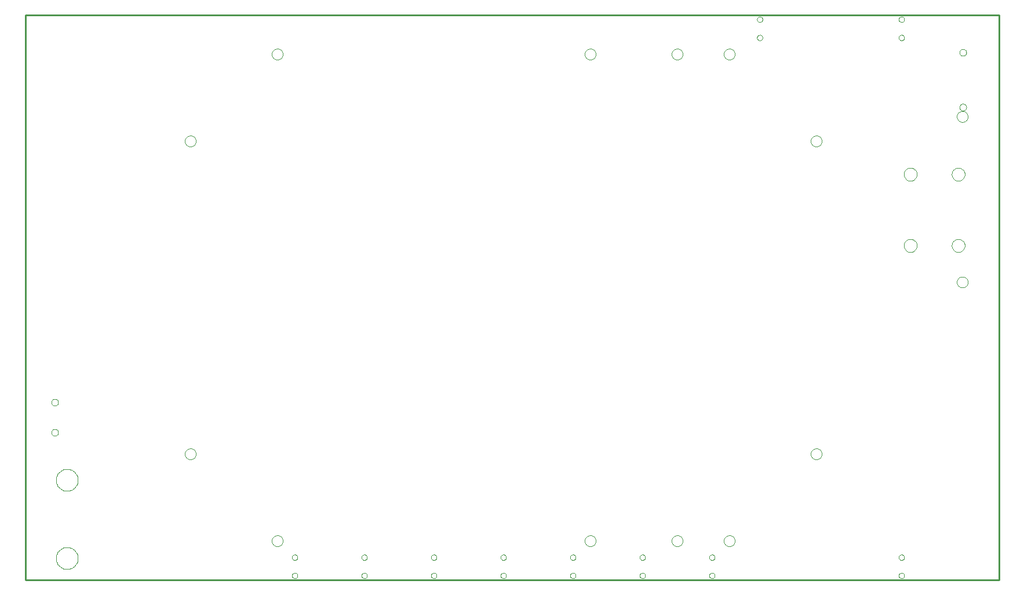
<source format=gbr>
G75*
G70*
%OFA0B0*%
%FSLAX24Y24*%
%IPPOS*%
%LPD*%
%AMOC8*
5,1,8,0,0,1.08239X$1,22.5*
%
%ADD10C,0.0100*%
%ADD11C,0.0000*%
D10*
X005727Y007310D02*
X061727Y007310D01*
X061727Y039810D01*
X005727Y039810D01*
X005727Y007310D01*
D11*
X007497Y008560D02*
X007500Y008617D01*
X007507Y008674D01*
X007520Y008730D01*
X007538Y008784D01*
X007561Y008837D01*
X007589Y008887D01*
X007621Y008935D01*
X007657Y008979D01*
X007697Y009020D01*
X007741Y009058D01*
X007787Y009091D01*
X007837Y009119D01*
X007889Y009143D01*
X007943Y009163D01*
X007999Y009177D01*
X008055Y009186D01*
X008113Y009190D01*
X008170Y009189D01*
X008227Y009182D01*
X008283Y009170D01*
X008338Y009154D01*
X008391Y009132D01*
X008442Y009106D01*
X008490Y009075D01*
X008536Y009040D01*
X008578Y009000D01*
X008616Y008958D01*
X008650Y008911D01*
X008680Y008862D01*
X008705Y008811D01*
X008725Y008757D01*
X008741Y008702D01*
X008751Y008646D01*
X008756Y008589D01*
X008756Y008531D01*
X008751Y008474D01*
X008741Y008418D01*
X008725Y008363D01*
X008705Y008309D01*
X008680Y008258D01*
X008650Y008209D01*
X008616Y008162D01*
X008578Y008120D01*
X008536Y008080D01*
X008490Y008045D01*
X008442Y008014D01*
X008391Y007988D01*
X008338Y007966D01*
X008283Y007950D01*
X008227Y007938D01*
X008170Y007931D01*
X008113Y007930D01*
X008055Y007934D01*
X007999Y007943D01*
X007943Y007957D01*
X007889Y007977D01*
X007837Y008001D01*
X007787Y008029D01*
X007741Y008062D01*
X007697Y008100D01*
X007657Y008141D01*
X007621Y008185D01*
X007589Y008233D01*
X007561Y008283D01*
X007538Y008336D01*
X007520Y008390D01*
X007507Y008446D01*
X007500Y008503D01*
X007497Y008560D01*
X007497Y013060D02*
X007500Y013117D01*
X007507Y013174D01*
X007520Y013230D01*
X007538Y013284D01*
X007561Y013337D01*
X007589Y013387D01*
X007621Y013435D01*
X007657Y013479D01*
X007697Y013520D01*
X007741Y013558D01*
X007787Y013591D01*
X007837Y013619D01*
X007889Y013643D01*
X007943Y013663D01*
X007999Y013677D01*
X008055Y013686D01*
X008113Y013690D01*
X008170Y013689D01*
X008227Y013682D01*
X008283Y013670D01*
X008338Y013654D01*
X008391Y013632D01*
X008442Y013606D01*
X008490Y013575D01*
X008536Y013540D01*
X008578Y013500D01*
X008616Y013458D01*
X008650Y013411D01*
X008680Y013362D01*
X008705Y013311D01*
X008725Y013257D01*
X008741Y013202D01*
X008751Y013146D01*
X008756Y013089D01*
X008756Y013031D01*
X008751Y012974D01*
X008741Y012918D01*
X008725Y012863D01*
X008705Y012809D01*
X008680Y012758D01*
X008650Y012709D01*
X008616Y012662D01*
X008578Y012620D01*
X008536Y012580D01*
X008490Y012545D01*
X008442Y012514D01*
X008391Y012488D01*
X008338Y012466D01*
X008283Y012450D01*
X008227Y012438D01*
X008170Y012431D01*
X008113Y012430D01*
X008055Y012434D01*
X007999Y012443D01*
X007943Y012457D01*
X007889Y012477D01*
X007837Y012501D01*
X007787Y012529D01*
X007741Y012562D01*
X007697Y012600D01*
X007657Y012641D01*
X007621Y012685D01*
X007589Y012733D01*
X007561Y012783D01*
X007538Y012836D01*
X007520Y012890D01*
X007507Y012946D01*
X007500Y013003D01*
X007497Y013060D01*
X007230Y015797D02*
X007232Y015825D01*
X007238Y015853D01*
X007248Y015879D01*
X007261Y015904D01*
X007278Y015926D01*
X007298Y015946D01*
X007320Y015963D01*
X007345Y015976D01*
X007371Y015986D01*
X007399Y015992D01*
X007427Y015994D01*
X007455Y015992D01*
X007483Y015986D01*
X007509Y015976D01*
X007534Y015963D01*
X007556Y015946D01*
X007576Y015926D01*
X007593Y015904D01*
X007606Y015879D01*
X007616Y015853D01*
X007622Y015825D01*
X007624Y015797D01*
X007622Y015769D01*
X007616Y015741D01*
X007606Y015715D01*
X007593Y015690D01*
X007576Y015668D01*
X007556Y015648D01*
X007534Y015631D01*
X007509Y015618D01*
X007483Y015608D01*
X007455Y015602D01*
X007427Y015600D01*
X007399Y015602D01*
X007371Y015608D01*
X007345Y015618D01*
X007320Y015631D01*
X007298Y015648D01*
X007278Y015668D01*
X007261Y015690D01*
X007248Y015715D01*
X007238Y015741D01*
X007232Y015769D01*
X007230Y015797D01*
X007230Y017530D02*
X007232Y017558D01*
X007238Y017586D01*
X007248Y017612D01*
X007261Y017637D01*
X007278Y017659D01*
X007298Y017679D01*
X007320Y017696D01*
X007345Y017709D01*
X007371Y017719D01*
X007399Y017725D01*
X007427Y017727D01*
X007455Y017725D01*
X007483Y017719D01*
X007509Y017709D01*
X007534Y017696D01*
X007556Y017679D01*
X007576Y017659D01*
X007593Y017637D01*
X007606Y017612D01*
X007616Y017586D01*
X007622Y017558D01*
X007624Y017530D01*
X007622Y017502D01*
X007616Y017474D01*
X007606Y017448D01*
X007593Y017423D01*
X007576Y017401D01*
X007556Y017381D01*
X007534Y017364D01*
X007509Y017351D01*
X007483Y017341D01*
X007455Y017335D01*
X007427Y017333D01*
X007399Y017335D01*
X007371Y017341D01*
X007345Y017351D01*
X007320Y017364D01*
X007298Y017381D01*
X007278Y017401D01*
X007261Y017423D01*
X007248Y017448D01*
X007238Y017474D01*
X007232Y017502D01*
X007230Y017530D01*
X014912Y014560D02*
X014914Y014596D01*
X014920Y014631D01*
X014930Y014666D01*
X014944Y014699D01*
X014962Y014730D01*
X014983Y014759D01*
X015007Y014786D01*
X015035Y014809D01*
X015064Y014830D01*
X015096Y014847D01*
X015130Y014860D01*
X015164Y014869D01*
X015200Y014874D01*
X015236Y014875D01*
X015272Y014872D01*
X015307Y014865D01*
X015341Y014854D01*
X015374Y014839D01*
X015405Y014820D01*
X015433Y014798D01*
X015459Y014773D01*
X015482Y014745D01*
X015501Y014715D01*
X015517Y014683D01*
X015529Y014649D01*
X015537Y014614D01*
X015541Y014578D01*
X015541Y014542D01*
X015537Y014506D01*
X015529Y014471D01*
X015517Y014437D01*
X015501Y014405D01*
X015482Y014375D01*
X015459Y014347D01*
X015433Y014322D01*
X015405Y014300D01*
X015374Y014281D01*
X015341Y014266D01*
X015307Y014255D01*
X015272Y014248D01*
X015236Y014245D01*
X015200Y014246D01*
X015164Y014251D01*
X015130Y014260D01*
X015096Y014273D01*
X015064Y014290D01*
X015035Y014311D01*
X015007Y014334D01*
X014983Y014361D01*
X014962Y014390D01*
X014944Y014421D01*
X014930Y014454D01*
X014920Y014489D01*
X014914Y014524D01*
X014912Y014560D01*
X019912Y009560D02*
X019914Y009596D01*
X019920Y009631D01*
X019930Y009666D01*
X019944Y009699D01*
X019962Y009730D01*
X019983Y009759D01*
X020007Y009786D01*
X020035Y009809D01*
X020064Y009830D01*
X020096Y009847D01*
X020130Y009860D01*
X020164Y009869D01*
X020200Y009874D01*
X020236Y009875D01*
X020272Y009872D01*
X020307Y009865D01*
X020341Y009854D01*
X020374Y009839D01*
X020405Y009820D01*
X020433Y009798D01*
X020459Y009773D01*
X020482Y009745D01*
X020501Y009715D01*
X020517Y009683D01*
X020529Y009649D01*
X020537Y009614D01*
X020541Y009578D01*
X020541Y009542D01*
X020537Y009506D01*
X020529Y009471D01*
X020517Y009437D01*
X020501Y009405D01*
X020482Y009375D01*
X020459Y009347D01*
X020433Y009322D01*
X020405Y009300D01*
X020374Y009281D01*
X020341Y009266D01*
X020307Y009255D01*
X020272Y009248D01*
X020236Y009245D01*
X020200Y009246D01*
X020164Y009251D01*
X020130Y009260D01*
X020096Y009273D01*
X020064Y009290D01*
X020035Y009311D01*
X020007Y009334D01*
X019983Y009361D01*
X019962Y009390D01*
X019944Y009421D01*
X019930Y009454D01*
X019920Y009489D01*
X019914Y009524D01*
X019912Y009560D01*
X021070Y008610D02*
X021072Y008635D01*
X021078Y008660D01*
X021088Y008683D01*
X021101Y008704D01*
X021118Y008723D01*
X021138Y008739D01*
X021160Y008752D01*
X021183Y008761D01*
X021208Y008766D01*
X021233Y008767D01*
X021258Y008764D01*
X021283Y008757D01*
X021305Y008746D01*
X021326Y008732D01*
X021345Y008714D01*
X021360Y008694D01*
X021371Y008672D01*
X021379Y008648D01*
X021383Y008623D01*
X021383Y008597D01*
X021379Y008572D01*
X021371Y008548D01*
X021360Y008526D01*
X021345Y008506D01*
X021326Y008488D01*
X021306Y008474D01*
X021283Y008463D01*
X021258Y008456D01*
X021233Y008453D01*
X021208Y008454D01*
X021183Y008459D01*
X021160Y008468D01*
X021138Y008481D01*
X021118Y008497D01*
X021101Y008516D01*
X021088Y008537D01*
X021078Y008560D01*
X021072Y008585D01*
X021070Y008610D01*
X021070Y007560D02*
X021072Y007585D01*
X021078Y007610D01*
X021088Y007633D01*
X021101Y007654D01*
X021118Y007673D01*
X021138Y007689D01*
X021160Y007702D01*
X021183Y007711D01*
X021208Y007716D01*
X021233Y007717D01*
X021258Y007714D01*
X021283Y007707D01*
X021305Y007696D01*
X021326Y007682D01*
X021345Y007664D01*
X021360Y007644D01*
X021371Y007622D01*
X021379Y007598D01*
X021383Y007573D01*
X021383Y007547D01*
X021379Y007522D01*
X021371Y007498D01*
X021360Y007476D01*
X021345Y007456D01*
X021326Y007438D01*
X021306Y007424D01*
X021283Y007413D01*
X021258Y007406D01*
X021233Y007403D01*
X021208Y007404D01*
X021183Y007409D01*
X021160Y007418D01*
X021138Y007431D01*
X021118Y007447D01*
X021101Y007466D01*
X021088Y007487D01*
X021078Y007510D01*
X021072Y007535D01*
X021070Y007560D01*
X025070Y007560D02*
X025072Y007585D01*
X025078Y007610D01*
X025088Y007633D01*
X025101Y007654D01*
X025118Y007673D01*
X025138Y007689D01*
X025160Y007702D01*
X025183Y007711D01*
X025208Y007716D01*
X025233Y007717D01*
X025258Y007714D01*
X025283Y007707D01*
X025305Y007696D01*
X025326Y007682D01*
X025345Y007664D01*
X025360Y007644D01*
X025371Y007622D01*
X025379Y007598D01*
X025383Y007573D01*
X025383Y007547D01*
X025379Y007522D01*
X025371Y007498D01*
X025360Y007476D01*
X025345Y007456D01*
X025326Y007438D01*
X025306Y007424D01*
X025283Y007413D01*
X025258Y007406D01*
X025233Y007403D01*
X025208Y007404D01*
X025183Y007409D01*
X025160Y007418D01*
X025138Y007431D01*
X025118Y007447D01*
X025101Y007466D01*
X025088Y007487D01*
X025078Y007510D01*
X025072Y007535D01*
X025070Y007560D01*
X025070Y008610D02*
X025072Y008635D01*
X025078Y008660D01*
X025088Y008683D01*
X025101Y008704D01*
X025118Y008723D01*
X025138Y008739D01*
X025160Y008752D01*
X025183Y008761D01*
X025208Y008766D01*
X025233Y008767D01*
X025258Y008764D01*
X025283Y008757D01*
X025305Y008746D01*
X025326Y008732D01*
X025345Y008714D01*
X025360Y008694D01*
X025371Y008672D01*
X025379Y008648D01*
X025383Y008623D01*
X025383Y008597D01*
X025379Y008572D01*
X025371Y008548D01*
X025360Y008526D01*
X025345Y008506D01*
X025326Y008488D01*
X025306Y008474D01*
X025283Y008463D01*
X025258Y008456D01*
X025233Y008453D01*
X025208Y008454D01*
X025183Y008459D01*
X025160Y008468D01*
X025138Y008481D01*
X025118Y008497D01*
X025101Y008516D01*
X025088Y008537D01*
X025078Y008560D01*
X025072Y008585D01*
X025070Y008610D01*
X029070Y008610D02*
X029072Y008635D01*
X029078Y008660D01*
X029088Y008683D01*
X029101Y008704D01*
X029118Y008723D01*
X029138Y008739D01*
X029160Y008752D01*
X029183Y008761D01*
X029208Y008766D01*
X029233Y008767D01*
X029258Y008764D01*
X029283Y008757D01*
X029305Y008746D01*
X029326Y008732D01*
X029345Y008714D01*
X029360Y008694D01*
X029371Y008672D01*
X029379Y008648D01*
X029383Y008623D01*
X029383Y008597D01*
X029379Y008572D01*
X029371Y008548D01*
X029360Y008526D01*
X029345Y008506D01*
X029326Y008488D01*
X029306Y008474D01*
X029283Y008463D01*
X029258Y008456D01*
X029233Y008453D01*
X029208Y008454D01*
X029183Y008459D01*
X029160Y008468D01*
X029138Y008481D01*
X029118Y008497D01*
X029101Y008516D01*
X029088Y008537D01*
X029078Y008560D01*
X029072Y008585D01*
X029070Y008610D01*
X029070Y007560D02*
X029072Y007585D01*
X029078Y007610D01*
X029088Y007633D01*
X029101Y007654D01*
X029118Y007673D01*
X029138Y007689D01*
X029160Y007702D01*
X029183Y007711D01*
X029208Y007716D01*
X029233Y007717D01*
X029258Y007714D01*
X029283Y007707D01*
X029305Y007696D01*
X029326Y007682D01*
X029345Y007664D01*
X029360Y007644D01*
X029371Y007622D01*
X029379Y007598D01*
X029383Y007573D01*
X029383Y007547D01*
X029379Y007522D01*
X029371Y007498D01*
X029360Y007476D01*
X029345Y007456D01*
X029326Y007438D01*
X029306Y007424D01*
X029283Y007413D01*
X029258Y007406D01*
X029233Y007403D01*
X029208Y007404D01*
X029183Y007409D01*
X029160Y007418D01*
X029138Y007431D01*
X029118Y007447D01*
X029101Y007466D01*
X029088Y007487D01*
X029078Y007510D01*
X029072Y007535D01*
X029070Y007560D01*
X033070Y007560D02*
X033072Y007585D01*
X033078Y007610D01*
X033088Y007633D01*
X033101Y007654D01*
X033118Y007673D01*
X033138Y007689D01*
X033160Y007702D01*
X033183Y007711D01*
X033208Y007716D01*
X033233Y007717D01*
X033258Y007714D01*
X033283Y007707D01*
X033305Y007696D01*
X033326Y007682D01*
X033345Y007664D01*
X033360Y007644D01*
X033371Y007622D01*
X033379Y007598D01*
X033383Y007573D01*
X033383Y007547D01*
X033379Y007522D01*
X033371Y007498D01*
X033360Y007476D01*
X033345Y007456D01*
X033326Y007438D01*
X033306Y007424D01*
X033283Y007413D01*
X033258Y007406D01*
X033233Y007403D01*
X033208Y007404D01*
X033183Y007409D01*
X033160Y007418D01*
X033138Y007431D01*
X033118Y007447D01*
X033101Y007466D01*
X033088Y007487D01*
X033078Y007510D01*
X033072Y007535D01*
X033070Y007560D01*
X033070Y008610D02*
X033072Y008635D01*
X033078Y008660D01*
X033088Y008683D01*
X033101Y008704D01*
X033118Y008723D01*
X033138Y008739D01*
X033160Y008752D01*
X033183Y008761D01*
X033208Y008766D01*
X033233Y008767D01*
X033258Y008764D01*
X033283Y008757D01*
X033305Y008746D01*
X033326Y008732D01*
X033345Y008714D01*
X033360Y008694D01*
X033371Y008672D01*
X033379Y008648D01*
X033383Y008623D01*
X033383Y008597D01*
X033379Y008572D01*
X033371Y008548D01*
X033360Y008526D01*
X033345Y008506D01*
X033326Y008488D01*
X033306Y008474D01*
X033283Y008463D01*
X033258Y008456D01*
X033233Y008453D01*
X033208Y008454D01*
X033183Y008459D01*
X033160Y008468D01*
X033138Y008481D01*
X033118Y008497D01*
X033101Y008516D01*
X033088Y008537D01*
X033078Y008560D01*
X033072Y008585D01*
X033070Y008610D01*
X037070Y008610D02*
X037072Y008635D01*
X037078Y008660D01*
X037088Y008683D01*
X037101Y008704D01*
X037118Y008723D01*
X037138Y008739D01*
X037160Y008752D01*
X037183Y008761D01*
X037208Y008766D01*
X037233Y008767D01*
X037258Y008764D01*
X037283Y008757D01*
X037305Y008746D01*
X037326Y008732D01*
X037345Y008714D01*
X037360Y008694D01*
X037371Y008672D01*
X037379Y008648D01*
X037383Y008623D01*
X037383Y008597D01*
X037379Y008572D01*
X037371Y008548D01*
X037360Y008526D01*
X037345Y008506D01*
X037326Y008488D01*
X037306Y008474D01*
X037283Y008463D01*
X037258Y008456D01*
X037233Y008453D01*
X037208Y008454D01*
X037183Y008459D01*
X037160Y008468D01*
X037138Y008481D01*
X037118Y008497D01*
X037101Y008516D01*
X037088Y008537D01*
X037078Y008560D01*
X037072Y008585D01*
X037070Y008610D01*
X037912Y009560D02*
X037914Y009596D01*
X037920Y009631D01*
X037930Y009666D01*
X037944Y009699D01*
X037962Y009730D01*
X037983Y009759D01*
X038007Y009786D01*
X038035Y009809D01*
X038064Y009830D01*
X038096Y009847D01*
X038130Y009860D01*
X038164Y009869D01*
X038200Y009874D01*
X038236Y009875D01*
X038272Y009872D01*
X038307Y009865D01*
X038341Y009854D01*
X038374Y009839D01*
X038405Y009820D01*
X038433Y009798D01*
X038459Y009773D01*
X038482Y009745D01*
X038501Y009715D01*
X038517Y009683D01*
X038529Y009649D01*
X038537Y009614D01*
X038541Y009578D01*
X038541Y009542D01*
X038537Y009506D01*
X038529Y009471D01*
X038517Y009437D01*
X038501Y009405D01*
X038482Y009375D01*
X038459Y009347D01*
X038433Y009322D01*
X038405Y009300D01*
X038374Y009281D01*
X038341Y009266D01*
X038307Y009255D01*
X038272Y009248D01*
X038236Y009245D01*
X038200Y009246D01*
X038164Y009251D01*
X038130Y009260D01*
X038096Y009273D01*
X038064Y009290D01*
X038035Y009311D01*
X038007Y009334D01*
X037983Y009361D01*
X037962Y009390D01*
X037944Y009421D01*
X037930Y009454D01*
X037920Y009489D01*
X037914Y009524D01*
X037912Y009560D01*
X037070Y007560D02*
X037072Y007585D01*
X037078Y007610D01*
X037088Y007633D01*
X037101Y007654D01*
X037118Y007673D01*
X037138Y007689D01*
X037160Y007702D01*
X037183Y007711D01*
X037208Y007716D01*
X037233Y007717D01*
X037258Y007714D01*
X037283Y007707D01*
X037305Y007696D01*
X037326Y007682D01*
X037345Y007664D01*
X037360Y007644D01*
X037371Y007622D01*
X037379Y007598D01*
X037383Y007573D01*
X037383Y007547D01*
X037379Y007522D01*
X037371Y007498D01*
X037360Y007476D01*
X037345Y007456D01*
X037326Y007438D01*
X037306Y007424D01*
X037283Y007413D01*
X037258Y007406D01*
X037233Y007403D01*
X037208Y007404D01*
X037183Y007409D01*
X037160Y007418D01*
X037138Y007431D01*
X037118Y007447D01*
X037101Y007466D01*
X037088Y007487D01*
X037078Y007510D01*
X037072Y007535D01*
X037070Y007560D01*
X041070Y007560D02*
X041072Y007585D01*
X041078Y007610D01*
X041088Y007633D01*
X041101Y007654D01*
X041118Y007673D01*
X041138Y007689D01*
X041160Y007702D01*
X041183Y007711D01*
X041208Y007716D01*
X041233Y007717D01*
X041258Y007714D01*
X041283Y007707D01*
X041305Y007696D01*
X041326Y007682D01*
X041345Y007664D01*
X041360Y007644D01*
X041371Y007622D01*
X041379Y007598D01*
X041383Y007573D01*
X041383Y007547D01*
X041379Y007522D01*
X041371Y007498D01*
X041360Y007476D01*
X041345Y007456D01*
X041326Y007438D01*
X041306Y007424D01*
X041283Y007413D01*
X041258Y007406D01*
X041233Y007403D01*
X041208Y007404D01*
X041183Y007409D01*
X041160Y007418D01*
X041138Y007431D01*
X041118Y007447D01*
X041101Y007466D01*
X041088Y007487D01*
X041078Y007510D01*
X041072Y007535D01*
X041070Y007560D01*
X041070Y008610D02*
X041072Y008635D01*
X041078Y008660D01*
X041088Y008683D01*
X041101Y008704D01*
X041118Y008723D01*
X041138Y008739D01*
X041160Y008752D01*
X041183Y008761D01*
X041208Y008766D01*
X041233Y008767D01*
X041258Y008764D01*
X041283Y008757D01*
X041305Y008746D01*
X041326Y008732D01*
X041345Y008714D01*
X041360Y008694D01*
X041371Y008672D01*
X041379Y008648D01*
X041383Y008623D01*
X041383Y008597D01*
X041379Y008572D01*
X041371Y008548D01*
X041360Y008526D01*
X041345Y008506D01*
X041326Y008488D01*
X041306Y008474D01*
X041283Y008463D01*
X041258Y008456D01*
X041233Y008453D01*
X041208Y008454D01*
X041183Y008459D01*
X041160Y008468D01*
X041138Y008481D01*
X041118Y008497D01*
X041101Y008516D01*
X041088Y008537D01*
X041078Y008560D01*
X041072Y008585D01*
X041070Y008610D01*
X042912Y009560D02*
X042914Y009596D01*
X042920Y009631D01*
X042930Y009666D01*
X042944Y009699D01*
X042962Y009730D01*
X042983Y009759D01*
X043007Y009786D01*
X043035Y009809D01*
X043064Y009830D01*
X043096Y009847D01*
X043130Y009860D01*
X043164Y009869D01*
X043200Y009874D01*
X043236Y009875D01*
X043272Y009872D01*
X043307Y009865D01*
X043341Y009854D01*
X043374Y009839D01*
X043405Y009820D01*
X043433Y009798D01*
X043459Y009773D01*
X043482Y009745D01*
X043501Y009715D01*
X043517Y009683D01*
X043529Y009649D01*
X043537Y009614D01*
X043541Y009578D01*
X043541Y009542D01*
X043537Y009506D01*
X043529Y009471D01*
X043517Y009437D01*
X043501Y009405D01*
X043482Y009375D01*
X043459Y009347D01*
X043433Y009322D01*
X043405Y009300D01*
X043374Y009281D01*
X043341Y009266D01*
X043307Y009255D01*
X043272Y009248D01*
X043236Y009245D01*
X043200Y009246D01*
X043164Y009251D01*
X043130Y009260D01*
X043096Y009273D01*
X043064Y009290D01*
X043035Y009311D01*
X043007Y009334D01*
X042983Y009361D01*
X042962Y009390D01*
X042944Y009421D01*
X042930Y009454D01*
X042920Y009489D01*
X042914Y009524D01*
X042912Y009560D01*
X045070Y008610D02*
X045072Y008635D01*
X045078Y008660D01*
X045088Y008683D01*
X045101Y008704D01*
X045118Y008723D01*
X045138Y008739D01*
X045160Y008752D01*
X045183Y008761D01*
X045208Y008766D01*
X045233Y008767D01*
X045258Y008764D01*
X045283Y008757D01*
X045305Y008746D01*
X045326Y008732D01*
X045345Y008714D01*
X045360Y008694D01*
X045371Y008672D01*
X045379Y008648D01*
X045383Y008623D01*
X045383Y008597D01*
X045379Y008572D01*
X045371Y008548D01*
X045360Y008526D01*
X045345Y008506D01*
X045326Y008488D01*
X045306Y008474D01*
X045283Y008463D01*
X045258Y008456D01*
X045233Y008453D01*
X045208Y008454D01*
X045183Y008459D01*
X045160Y008468D01*
X045138Y008481D01*
X045118Y008497D01*
X045101Y008516D01*
X045088Y008537D01*
X045078Y008560D01*
X045072Y008585D01*
X045070Y008610D01*
X045912Y009560D02*
X045914Y009596D01*
X045920Y009631D01*
X045930Y009666D01*
X045944Y009699D01*
X045962Y009730D01*
X045983Y009759D01*
X046007Y009786D01*
X046035Y009809D01*
X046064Y009830D01*
X046096Y009847D01*
X046130Y009860D01*
X046164Y009869D01*
X046200Y009874D01*
X046236Y009875D01*
X046272Y009872D01*
X046307Y009865D01*
X046341Y009854D01*
X046374Y009839D01*
X046405Y009820D01*
X046433Y009798D01*
X046459Y009773D01*
X046482Y009745D01*
X046501Y009715D01*
X046517Y009683D01*
X046529Y009649D01*
X046537Y009614D01*
X046541Y009578D01*
X046541Y009542D01*
X046537Y009506D01*
X046529Y009471D01*
X046517Y009437D01*
X046501Y009405D01*
X046482Y009375D01*
X046459Y009347D01*
X046433Y009322D01*
X046405Y009300D01*
X046374Y009281D01*
X046341Y009266D01*
X046307Y009255D01*
X046272Y009248D01*
X046236Y009245D01*
X046200Y009246D01*
X046164Y009251D01*
X046130Y009260D01*
X046096Y009273D01*
X046064Y009290D01*
X046035Y009311D01*
X046007Y009334D01*
X045983Y009361D01*
X045962Y009390D01*
X045944Y009421D01*
X045930Y009454D01*
X045920Y009489D01*
X045914Y009524D01*
X045912Y009560D01*
X045070Y007560D02*
X045072Y007585D01*
X045078Y007610D01*
X045088Y007633D01*
X045101Y007654D01*
X045118Y007673D01*
X045138Y007689D01*
X045160Y007702D01*
X045183Y007711D01*
X045208Y007716D01*
X045233Y007717D01*
X045258Y007714D01*
X045283Y007707D01*
X045305Y007696D01*
X045326Y007682D01*
X045345Y007664D01*
X045360Y007644D01*
X045371Y007622D01*
X045379Y007598D01*
X045383Y007573D01*
X045383Y007547D01*
X045379Y007522D01*
X045371Y007498D01*
X045360Y007476D01*
X045345Y007456D01*
X045326Y007438D01*
X045306Y007424D01*
X045283Y007413D01*
X045258Y007406D01*
X045233Y007403D01*
X045208Y007404D01*
X045183Y007409D01*
X045160Y007418D01*
X045138Y007431D01*
X045118Y007447D01*
X045101Y007466D01*
X045088Y007487D01*
X045078Y007510D01*
X045072Y007535D01*
X045070Y007560D01*
X050912Y014560D02*
X050914Y014596D01*
X050920Y014631D01*
X050930Y014666D01*
X050944Y014699D01*
X050962Y014730D01*
X050983Y014759D01*
X051007Y014786D01*
X051035Y014809D01*
X051064Y014830D01*
X051096Y014847D01*
X051130Y014860D01*
X051164Y014869D01*
X051200Y014874D01*
X051236Y014875D01*
X051272Y014872D01*
X051307Y014865D01*
X051341Y014854D01*
X051374Y014839D01*
X051405Y014820D01*
X051433Y014798D01*
X051459Y014773D01*
X051482Y014745D01*
X051501Y014715D01*
X051517Y014683D01*
X051529Y014649D01*
X051537Y014614D01*
X051541Y014578D01*
X051541Y014542D01*
X051537Y014506D01*
X051529Y014471D01*
X051517Y014437D01*
X051501Y014405D01*
X051482Y014375D01*
X051459Y014347D01*
X051433Y014322D01*
X051405Y014300D01*
X051374Y014281D01*
X051341Y014266D01*
X051307Y014255D01*
X051272Y014248D01*
X051236Y014245D01*
X051200Y014246D01*
X051164Y014251D01*
X051130Y014260D01*
X051096Y014273D01*
X051064Y014290D01*
X051035Y014311D01*
X051007Y014334D01*
X050983Y014361D01*
X050962Y014390D01*
X050944Y014421D01*
X050930Y014454D01*
X050920Y014489D01*
X050914Y014524D01*
X050912Y014560D01*
X055970Y008610D02*
X055972Y008635D01*
X055978Y008660D01*
X055988Y008683D01*
X056001Y008704D01*
X056018Y008723D01*
X056038Y008739D01*
X056060Y008752D01*
X056083Y008761D01*
X056108Y008766D01*
X056133Y008767D01*
X056158Y008764D01*
X056183Y008757D01*
X056205Y008746D01*
X056226Y008732D01*
X056245Y008714D01*
X056260Y008694D01*
X056271Y008672D01*
X056279Y008648D01*
X056283Y008623D01*
X056283Y008597D01*
X056279Y008572D01*
X056271Y008548D01*
X056260Y008526D01*
X056245Y008506D01*
X056226Y008488D01*
X056206Y008474D01*
X056183Y008463D01*
X056158Y008456D01*
X056133Y008453D01*
X056108Y008454D01*
X056083Y008459D01*
X056060Y008468D01*
X056038Y008481D01*
X056018Y008497D01*
X056001Y008516D01*
X055988Y008537D01*
X055978Y008560D01*
X055972Y008585D01*
X055970Y008610D01*
X055970Y007560D02*
X055972Y007585D01*
X055978Y007610D01*
X055988Y007633D01*
X056001Y007654D01*
X056018Y007673D01*
X056038Y007689D01*
X056060Y007702D01*
X056083Y007711D01*
X056108Y007716D01*
X056133Y007717D01*
X056158Y007714D01*
X056183Y007707D01*
X056205Y007696D01*
X056226Y007682D01*
X056245Y007664D01*
X056260Y007644D01*
X056271Y007622D01*
X056279Y007598D01*
X056283Y007573D01*
X056283Y007547D01*
X056279Y007522D01*
X056271Y007498D01*
X056260Y007476D01*
X056245Y007456D01*
X056226Y007438D01*
X056206Y007424D01*
X056183Y007413D01*
X056158Y007406D01*
X056133Y007403D01*
X056108Y007404D01*
X056083Y007409D01*
X056060Y007418D01*
X056038Y007431D01*
X056018Y007447D01*
X056001Y007466D01*
X055988Y007487D01*
X055978Y007510D01*
X055972Y007535D01*
X055970Y007560D01*
X059314Y024446D02*
X059316Y024482D01*
X059322Y024517D01*
X059332Y024552D01*
X059346Y024585D01*
X059364Y024616D01*
X059385Y024645D01*
X059409Y024672D01*
X059437Y024695D01*
X059466Y024716D01*
X059498Y024733D01*
X059532Y024746D01*
X059566Y024755D01*
X059602Y024760D01*
X059638Y024761D01*
X059674Y024758D01*
X059709Y024751D01*
X059743Y024740D01*
X059776Y024725D01*
X059807Y024706D01*
X059835Y024684D01*
X059861Y024659D01*
X059884Y024631D01*
X059903Y024601D01*
X059919Y024569D01*
X059931Y024535D01*
X059939Y024500D01*
X059943Y024464D01*
X059943Y024428D01*
X059939Y024392D01*
X059931Y024357D01*
X059919Y024323D01*
X059903Y024291D01*
X059884Y024261D01*
X059861Y024233D01*
X059835Y024208D01*
X059807Y024186D01*
X059776Y024167D01*
X059743Y024152D01*
X059709Y024141D01*
X059674Y024134D01*
X059638Y024131D01*
X059602Y024132D01*
X059566Y024137D01*
X059532Y024146D01*
X059498Y024159D01*
X059466Y024176D01*
X059437Y024197D01*
X059409Y024220D01*
X059385Y024247D01*
X059364Y024276D01*
X059346Y024307D01*
X059332Y024340D01*
X059322Y024375D01*
X059316Y024410D01*
X059314Y024446D01*
X059021Y026549D02*
X059023Y026588D01*
X059029Y026627D01*
X059039Y026665D01*
X059053Y026701D01*
X059071Y026736D01*
X059092Y026769D01*
X059117Y026799D01*
X059145Y026827D01*
X059175Y026852D01*
X059208Y026873D01*
X059243Y026891D01*
X059279Y026905D01*
X059317Y026915D01*
X059356Y026921D01*
X059395Y026923D01*
X059434Y026921D01*
X059473Y026915D01*
X059511Y026905D01*
X059547Y026891D01*
X059582Y026873D01*
X059615Y026852D01*
X059645Y026827D01*
X059673Y026799D01*
X059698Y026769D01*
X059719Y026736D01*
X059737Y026701D01*
X059751Y026665D01*
X059761Y026627D01*
X059767Y026588D01*
X059769Y026549D01*
X059767Y026510D01*
X059761Y026471D01*
X059751Y026433D01*
X059737Y026397D01*
X059719Y026362D01*
X059698Y026329D01*
X059673Y026299D01*
X059645Y026271D01*
X059615Y026246D01*
X059582Y026225D01*
X059547Y026207D01*
X059511Y026193D01*
X059473Y026183D01*
X059434Y026177D01*
X059395Y026175D01*
X059356Y026177D01*
X059317Y026183D01*
X059279Y026193D01*
X059243Y026207D01*
X059208Y026225D01*
X059175Y026246D01*
X059145Y026271D01*
X059117Y026299D01*
X059092Y026329D01*
X059071Y026362D01*
X059053Y026397D01*
X059039Y026433D01*
X059029Y026471D01*
X059023Y026510D01*
X059021Y026549D01*
X056265Y026549D02*
X056267Y026588D01*
X056273Y026627D01*
X056283Y026665D01*
X056297Y026701D01*
X056315Y026736D01*
X056336Y026769D01*
X056361Y026799D01*
X056389Y026827D01*
X056419Y026852D01*
X056452Y026873D01*
X056487Y026891D01*
X056523Y026905D01*
X056561Y026915D01*
X056600Y026921D01*
X056639Y026923D01*
X056678Y026921D01*
X056717Y026915D01*
X056755Y026905D01*
X056791Y026891D01*
X056826Y026873D01*
X056859Y026852D01*
X056889Y026827D01*
X056917Y026799D01*
X056942Y026769D01*
X056963Y026736D01*
X056981Y026701D01*
X056995Y026665D01*
X057005Y026627D01*
X057011Y026588D01*
X057013Y026549D01*
X057011Y026510D01*
X057005Y026471D01*
X056995Y026433D01*
X056981Y026397D01*
X056963Y026362D01*
X056942Y026329D01*
X056917Y026299D01*
X056889Y026271D01*
X056859Y026246D01*
X056826Y026225D01*
X056791Y026207D01*
X056755Y026193D01*
X056717Y026183D01*
X056678Y026177D01*
X056639Y026175D01*
X056600Y026177D01*
X056561Y026183D01*
X056523Y026193D01*
X056487Y026207D01*
X056452Y026225D01*
X056419Y026246D01*
X056389Y026271D01*
X056361Y026299D01*
X056336Y026329D01*
X056315Y026362D01*
X056297Y026397D01*
X056283Y026433D01*
X056273Y026471D01*
X056267Y026510D01*
X056265Y026549D01*
X056265Y030649D02*
X056267Y030688D01*
X056273Y030727D01*
X056283Y030765D01*
X056297Y030801D01*
X056315Y030836D01*
X056336Y030869D01*
X056361Y030899D01*
X056389Y030927D01*
X056419Y030952D01*
X056452Y030973D01*
X056487Y030991D01*
X056523Y031005D01*
X056561Y031015D01*
X056600Y031021D01*
X056639Y031023D01*
X056678Y031021D01*
X056717Y031015D01*
X056755Y031005D01*
X056791Y030991D01*
X056826Y030973D01*
X056859Y030952D01*
X056889Y030927D01*
X056917Y030899D01*
X056942Y030869D01*
X056963Y030836D01*
X056981Y030801D01*
X056995Y030765D01*
X057005Y030727D01*
X057011Y030688D01*
X057013Y030649D01*
X057011Y030610D01*
X057005Y030571D01*
X056995Y030533D01*
X056981Y030497D01*
X056963Y030462D01*
X056942Y030429D01*
X056917Y030399D01*
X056889Y030371D01*
X056859Y030346D01*
X056826Y030325D01*
X056791Y030307D01*
X056755Y030293D01*
X056717Y030283D01*
X056678Y030277D01*
X056639Y030275D01*
X056600Y030277D01*
X056561Y030283D01*
X056523Y030293D01*
X056487Y030307D01*
X056452Y030325D01*
X056419Y030346D01*
X056389Y030371D01*
X056361Y030399D01*
X056336Y030429D01*
X056315Y030462D01*
X056297Y030497D01*
X056283Y030533D01*
X056273Y030571D01*
X056267Y030610D01*
X056265Y030649D01*
X059021Y030649D02*
X059023Y030688D01*
X059029Y030727D01*
X059039Y030765D01*
X059053Y030801D01*
X059071Y030836D01*
X059092Y030869D01*
X059117Y030899D01*
X059145Y030927D01*
X059175Y030952D01*
X059208Y030973D01*
X059243Y030991D01*
X059279Y031005D01*
X059317Y031015D01*
X059356Y031021D01*
X059395Y031023D01*
X059434Y031021D01*
X059473Y031015D01*
X059511Y031005D01*
X059547Y030991D01*
X059582Y030973D01*
X059615Y030952D01*
X059645Y030927D01*
X059673Y030899D01*
X059698Y030869D01*
X059719Y030836D01*
X059737Y030801D01*
X059751Y030765D01*
X059761Y030727D01*
X059767Y030688D01*
X059769Y030649D01*
X059767Y030610D01*
X059761Y030571D01*
X059751Y030533D01*
X059737Y030497D01*
X059719Y030462D01*
X059698Y030429D01*
X059673Y030399D01*
X059645Y030371D01*
X059615Y030346D01*
X059582Y030325D01*
X059547Y030307D01*
X059511Y030293D01*
X059473Y030283D01*
X059434Y030277D01*
X059395Y030275D01*
X059356Y030277D01*
X059317Y030283D01*
X059279Y030293D01*
X059243Y030307D01*
X059208Y030325D01*
X059175Y030346D01*
X059145Y030371D01*
X059117Y030399D01*
X059092Y030429D01*
X059071Y030462D01*
X059053Y030497D01*
X059039Y030533D01*
X059029Y030571D01*
X059023Y030610D01*
X059021Y030649D01*
X059314Y033970D02*
X059316Y034006D01*
X059322Y034041D01*
X059332Y034076D01*
X059346Y034109D01*
X059364Y034140D01*
X059385Y034169D01*
X059409Y034196D01*
X059437Y034219D01*
X059466Y034240D01*
X059498Y034257D01*
X059532Y034270D01*
X059566Y034279D01*
X059602Y034284D01*
X059638Y034285D01*
X059674Y034282D01*
X059709Y034275D01*
X059743Y034264D01*
X059776Y034249D01*
X059807Y034230D01*
X059835Y034208D01*
X059861Y034183D01*
X059884Y034155D01*
X059903Y034125D01*
X059919Y034093D01*
X059931Y034059D01*
X059939Y034024D01*
X059943Y033988D01*
X059943Y033952D01*
X059939Y033916D01*
X059931Y033881D01*
X059919Y033847D01*
X059903Y033815D01*
X059884Y033785D01*
X059861Y033757D01*
X059835Y033732D01*
X059807Y033710D01*
X059776Y033691D01*
X059743Y033676D01*
X059709Y033665D01*
X059674Y033658D01*
X059638Y033655D01*
X059602Y033656D01*
X059566Y033661D01*
X059532Y033670D01*
X059498Y033683D01*
X059466Y033700D01*
X059437Y033721D01*
X059409Y033744D01*
X059385Y033771D01*
X059364Y033800D01*
X059346Y033831D01*
X059332Y033864D01*
X059322Y033899D01*
X059316Y033934D01*
X059314Y033970D01*
X059464Y034510D02*
X059466Y034538D01*
X059472Y034566D01*
X059482Y034592D01*
X059495Y034617D01*
X059512Y034639D01*
X059532Y034659D01*
X059554Y034676D01*
X059579Y034689D01*
X059605Y034699D01*
X059633Y034705D01*
X059661Y034707D01*
X059689Y034705D01*
X059717Y034699D01*
X059743Y034689D01*
X059768Y034676D01*
X059790Y034659D01*
X059810Y034639D01*
X059827Y034617D01*
X059840Y034592D01*
X059850Y034566D01*
X059856Y034538D01*
X059858Y034510D01*
X059856Y034482D01*
X059850Y034454D01*
X059840Y034428D01*
X059827Y034403D01*
X059810Y034381D01*
X059790Y034361D01*
X059768Y034344D01*
X059743Y034331D01*
X059717Y034321D01*
X059689Y034315D01*
X059661Y034313D01*
X059633Y034315D01*
X059605Y034321D01*
X059579Y034331D01*
X059554Y034344D01*
X059532Y034361D01*
X059512Y034381D01*
X059495Y034403D01*
X059482Y034428D01*
X059472Y034454D01*
X059466Y034482D01*
X059464Y034510D01*
X059464Y037660D02*
X059466Y037688D01*
X059472Y037716D01*
X059482Y037742D01*
X059495Y037767D01*
X059512Y037789D01*
X059532Y037809D01*
X059554Y037826D01*
X059579Y037839D01*
X059605Y037849D01*
X059633Y037855D01*
X059661Y037857D01*
X059689Y037855D01*
X059717Y037849D01*
X059743Y037839D01*
X059768Y037826D01*
X059790Y037809D01*
X059810Y037789D01*
X059827Y037767D01*
X059840Y037742D01*
X059850Y037716D01*
X059856Y037688D01*
X059858Y037660D01*
X059856Y037632D01*
X059850Y037604D01*
X059840Y037578D01*
X059827Y037553D01*
X059810Y037531D01*
X059790Y037511D01*
X059768Y037494D01*
X059743Y037481D01*
X059717Y037471D01*
X059689Y037465D01*
X059661Y037463D01*
X059633Y037465D01*
X059605Y037471D01*
X059579Y037481D01*
X059554Y037494D01*
X059532Y037511D01*
X059512Y037531D01*
X059495Y037553D01*
X059482Y037578D01*
X059472Y037604D01*
X059466Y037632D01*
X059464Y037660D01*
X055970Y038510D02*
X055972Y038535D01*
X055978Y038560D01*
X055988Y038583D01*
X056001Y038604D01*
X056018Y038623D01*
X056038Y038639D01*
X056060Y038652D01*
X056083Y038661D01*
X056108Y038666D01*
X056133Y038667D01*
X056158Y038664D01*
X056183Y038657D01*
X056205Y038646D01*
X056226Y038632D01*
X056245Y038614D01*
X056260Y038594D01*
X056271Y038572D01*
X056279Y038548D01*
X056283Y038523D01*
X056283Y038497D01*
X056279Y038472D01*
X056271Y038448D01*
X056260Y038426D01*
X056245Y038406D01*
X056226Y038388D01*
X056206Y038374D01*
X056183Y038363D01*
X056158Y038356D01*
X056133Y038353D01*
X056108Y038354D01*
X056083Y038359D01*
X056060Y038368D01*
X056038Y038381D01*
X056018Y038397D01*
X056001Y038416D01*
X055988Y038437D01*
X055978Y038460D01*
X055972Y038485D01*
X055970Y038510D01*
X055970Y039560D02*
X055972Y039585D01*
X055978Y039610D01*
X055988Y039633D01*
X056001Y039654D01*
X056018Y039673D01*
X056038Y039689D01*
X056060Y039702D01*
X056083Y039711D01*
X056108Y039716D01*
X056133Y039717D01*
X056158Y039714D01*
X056183Y039707D01*
X056205Y039696D01*
X056226Y039682D01*
X056245Y039664D01*
X056260Y039644D01*
X056271Y039622D01*
X056279Y039598D01*
X056283Y039573D01*
X056283Y039547D01*
X056279Y039522D01*
X056271Y039498D01*
X056260Y039476D01*
X056245Y039456D01*
X056226Y039438D01*
X056206Y039424D01*
X056183Y039413D01*
X056158Y039406D01*
X056133Y039403D01*
X056108Y039404D01*
X056083Y039409D01*
X056060Y039418D01*
X056038Y039431D01*
X056018Y039447D01*
X056001Y039466D01*
X055988Y039487D01*
X055978Y039510D01*
X055972Y039535D01*
X055970Y039560D01*
X047820Y039560D02*
X047822Y039585D01*
X047828Y039610D01*
X047838Y039633D01*
X047851Y039654D01*
X047868Y039673D01*
X047888Y039689D01*
X047910Y039702D01*
X047933Y039711D01*
X047958Y039716D01*
X047983Y039717D01*
X048008Y039714D01*
X048033Y039707D01*
X048055Y039696D01*
X048076Y039682D01*
X048095Y039664D01*
X048110Y039644D01*
X048121Y039622D01*
X048129Y039598D01*
X048133Y039573D01*
X048133Y039547D01*
X048129Y039522D01*
X048121Y039498D01*
X048110Y039476D01*
X048095Y039456D01*
X048076Y039438D01*
X048056Y039424D01*
X048033Y039413D01*
X048008Y039406D01*
X047983Y039403D01*
X047958Y039404D01*
X047933Y039409D01*
X047910Y039418D01*
X047888Y039431D01*
X047868Y039447D01*
X047851Y039466D01*
X047838Y039487D01*
X047828Y039510D01*
X047822Y039535D01*
X047820Y039560D01*
X047820Y038510D02*
X047822Y038535D01*
X047828Y038560D01*
X047838Y038583D01*
X047851Y038604D01*
X047868Y038623D01*
X047888Y038639D01*
X047910Y038652D01*
X047933Y038661D01*
X047958Y038666D01*
X047983Y038667D01*
X048008Y038664D01*
X048033Y038657D01*
X048055Y038646D01*
X048076Y038632D01*
X048095Y038614D01*
X048110Y038594D01*
X048121Y038572D01*
X048129Y038548D01*
X048133Y038523D01*
X048133Y038497D01*
X048129Y038472D01*
X048121Y038448D01*
X048110Y038426D01*
X048095Y038406D01*
X048076Y038388D01*
X048056Y038374D01*
X048033Y038363D01*
X048008Y038356D01*
X047983Y038353D01*
X047958Y038354D01*
X047933Y038359D01*
X047910Y038368D01*
X047888Y038381D01*
X047868Y038397D01*
X047851Y038416D01*
X047838Y038437D01*
X047828Y038460D01*
X047822Y038485D01*
X047820Y038510D01*
X045912Y037560D02*
X045914Y037596D01*
X045920Y037631D01*
X045930Y037666D01*
X045944Y037699D01*
X045962Y037730D01*
X045983Y037759D01*
X046007Y037786D01*
X046035Y037809D01*
X046064Y037830D01*
X046096Y037847D01*
X046130Y037860D01*
X046164Y037869D01*
X046200Y037874D01*
X046236Y037875D01*
X046272Y037872D01*
X046307Y037865D01*
X046341Y037854D01*
X046374Y037839D01*
X046405Y037820D01*
X046433Y037798D01*
X046459Y037773D01*
X046482Y037745D01*
X046501Y037715D01*
X046517Y037683D01*
X046529Y037649D01*
X046537Y037614D01*
X046541Y037578D01*
X046541Y037542D01*
X046537Y037506D01*
X046529Y037471D01*
X046517Y037437D01*
X046501Y037405D01*
X046482Y037375D01*
X046459Y037347D01*
X046433Y037322D01*
X046405Y037300D01*
X046374Y037281D01*
X046341Y037266D01*
X046307Y037255D01*
X046272Y037248D01*
X046236Y037245D01*
X046200Y037246D01*
X046164Y037251D01*
X046130Y037260D01*
X046096Y037273D01*
X046064Y037290D01*
X046035Y037311D01*
X046007Y037334D01*
X045983Y037361D01*
X045962Y037390D01*
X045944Y037421D01*
X045930Y037454D01*
X045920Y037489D01*
X045914Y037524D01*
X045912Y037560D01*
X042912Y037560D02*
X042914Y037596D01*
X042920Y037631D01*
X042930Y037666D01*
X042944Y037699D01*
X042962Y037730D01*
X042983Y037759D01*
X043007Y037786D01*
X043035Y037809D01*
X043064Y037830D01*
X043096Y037847D01*
X043130Y037860D01*
X043164Y037869D01*
X043200Y037874D01*
X043236Y037875D01*
X043272Y037872D01*
X043307Y037865D01*
X043341Y037854D01*
X043374Y037839D01*
X043405Y037820D01*
X043433Y037798D01*
X043459Y037773D01*
X043482Y037745D01*
X043501Y037715D01*
X043517Y037683D01*
X043529Y037649D01*
X043537Y037614D01*
X043541Y037578D01*
X043541Y037542D01*
X043537Y037506D01*
X043529Y037471D01*
X043517Y037437D01*
X043501Y037405D01*
X043482Y037375D01*
X043459Y037347D01*
X043433Y037322D01*
X043405Y037300D01*
X043374Y037281D01*
X043341Y037266D01*
X043307Y037255D01*
X043272Y037248D01*
X043236Y037245D01*
X043200Y037246D01*
X043164Y037251D01*
X043130Y037260D01*
X043096Y037273D01*
X043064Y037290D01*
X043035Y037311D01*
X043007Y037334D01*
X042983Y037361D01*
X042962Y037390D01*
X042944Y037421D01*
X042930Y037454D01*
X042920Y037489D01*
X042914Y037524D01*
X042912Y037560D01*
X037912Y037560D02*
X037914Y037596D01*
X037920Y037631D01*
X037930Y037666D01*
X037944Y037699D01*
X037962Y037730D01*
X037983Y037759D01*
X038007Y037786D01*
X038035Y037809D01*
X038064Y037830D01*
X038096Y037847D01*
X038130Y037860D01*
X038164Y037869D01*
X038200Y037874D01*
X038236Y037875D01*
X038272Y037872D01*
X038307Y037865D01*
X038341Y037854D01*
X038374Y037839D01*
X038405Y037820D01*
X038433Y037798D01*
X038459Y037773D01*
X038482Y037745D01*
X038501Y037715D01*
X038517Y037683D01*
X038529Y037649D01*
X038537Y037614D01*
X038541Y037578D01*
X038541Y037542D01*
X038537Y037506D01*
X038529Y037471D01*
X038517Y037437D01*
X038501Y037405D01*
X038482Y037375D01*
X038459Y037347D01*
X038433Y037322D01*
X038405Y037300D01*
X038374Y037281D01*
X038341Y037266D01*
X038307Y037255D01*
X038272Y037248D01*
X038236Y037245D01*
X038200Y037246D01*
X038164Y037251D01*
X038130Y037260D01*
X038096Y037273D01*
X038064Y037290D01*
X038035Y037311D01*
X038007Y037334D01*
X037983Y037361D01*
X037962Y037390D01*
X037944Y037421D01*
X037930Y037454D01*
X037920Y037489D01*
X037914Y037524D01*
X037912Y037560D01*
X050912Y032560D02*
X050914Y032596D01*
X050920Y032631D01*
X050930Y032666D01*
X050944Y032699D01*
X050962Y032730D01*
X050983Y032759D01*
X051007Y032786D01*
X051035Y032809D01*
X051064Y032830D01*
X051096Y032847D01*
X051130Y032860D01*
X051164Y032869D01*
X051200Y032874D01*
X051236Y032875D01*
X051272Y032872D01*
X051307Y032865D01*
X051341Y032854D01*
X051374Y032839D01*
X051405Y032820D01*
X051433Y032798D01*
X051459Y032773D01*
X051482Y032745D01*
X051501Y032715D01*
X051517Y032683D01*
X051529Y032649D01*
X051537Y032614D01*
X051541Y032578D01*
X051541Y032542D01*
X051537Y032506D01*
X051529Y032471D01*
X051517Y032437D01*
X051501Y032405D01*
X051482Y032375D01*
X051459Y032347D01*
X051433Y032322D01*
X051405Y032300D01*
X051374Y032281D01*
X051341Y032266D01*
X051307Y032255D01*
X051272Y032248D01*
X051236Y032245D01*
X051200Y032246D01*
X051164Y032251D01*
X051130Y032260D01*
X051096Y032273D01*
X051064Y032290D01*
X051035Y032311D01*
X051007Y032334D01*
X050983Y032361D01*
X050962Y032390D01*
X050944Y032421D01*
X050930Y032454D01*
X050920Y032489D01*
X050914Y032524D01*
X050912Y032560D01*
X019912Y037560D02*
X019914Y037596D01*
X019920Y037631D01*
X019930Y037666D01*
X019944Y037699D01*
X019962Y037730D01*
X019983Y037759D01*
X020007Y037786D01*
X020035Y037809D01*
X020064Y037830D01*
X020096Y037847D01*
X020130Y037860D01*
X020164Y037869D01*
X020200Y037874D01*
X020236Y037875D01*
X020272Y037872D01*
X020307Y037865D01*
X020341Y037854D01*
X020374Y037839D01*
X020405Y037820D01*
X020433Y037798D01*
X020459Y037773D01*
X020482Y037745D01*
X020501Y037715D01*
X020517Y037683D01*
X020529Y037649D01*
X020537Y037614D01*
X020541Y037578D01*
X020541Y037542D01*
X020537Y037506D01*
X020529Y037471D01*
X020517Y037437D01*
X020501Y037405D01*
X020482Y037375D01*
X020459Y037347D01*
X020433Y037322D01*
X020405Y037300D01*
X020374Y037281D01*
X020341Y037266D01*
X020307Y037255D01*
X020272Y037248D01*
X020236Y037245D01*
X020200Y037246D01*
X020164Y037251D01*
X020130Y037260D01*
X020096Y037273D01*
X020064Y037290D01*
X020035Y037311D01*
X020007Y037334D01*
X019983Y037361D01*
X019962Y037390D01*
X019944Y037421D01*
X019930Y037454D01*
X019920Y037489D01*
X019914Y037524D01*
X019912Y037560D01*
X014912Y032560D02*
X014914Y032596D01*
X014920Y032631D01*
X014930Y032666D01*
X014944Y032699D01*
X014962Y032730D01*
X014983Y032759D01*
X015007Y032786D01*
X015035Y032809D01*
X015064Y032830D01*
X015096Y032847D01*
X015130Y032860D01*
X015164Y032869D01*
X015200Y032874D01*
X015236Y032875D01*
X015272Y032872D01*
X015307Y032865D01*
X015341Y032854D01*
X015374Y032839D01*
X015405Y032820D01*
X015433Y032798D01*
X015459Y032773D01*
X015482Y032745D01*
X015501Y032715D01*
X015517Y032683D01*
X015529Y032649D01*
X015537Y032614D01*
X015541Y032578D01*
X015541Y032542D01*
X015537Y032506D01*
X015529Y032471D01*
X015517Y032437D01*
X015501Y032405D01*
X015482Y032375D01*
X015459Y032347D01*
X015433Y032322D01*
X015405Y032300D01*
X015374Y032281D01*
X015341Y032266D01*
X015307Y032255D01*
X015272Y032248D01*
X015236Y032245D01*
X015200Y032246D01*
X015164Y032251D01*
X015130Y032260D01*
X015096Y032273D01*
X015064Y032290D01*
X015035Y032311D01*
X015007Y032334D01*
X014983Y032361D01*
X014962Y032390D01*
X014944Y032421D01*
X014930Y032454D01*
X014920Y032489D01*
X014914Y032524D01*
X014912Y032560D01*
M02*

</source>
